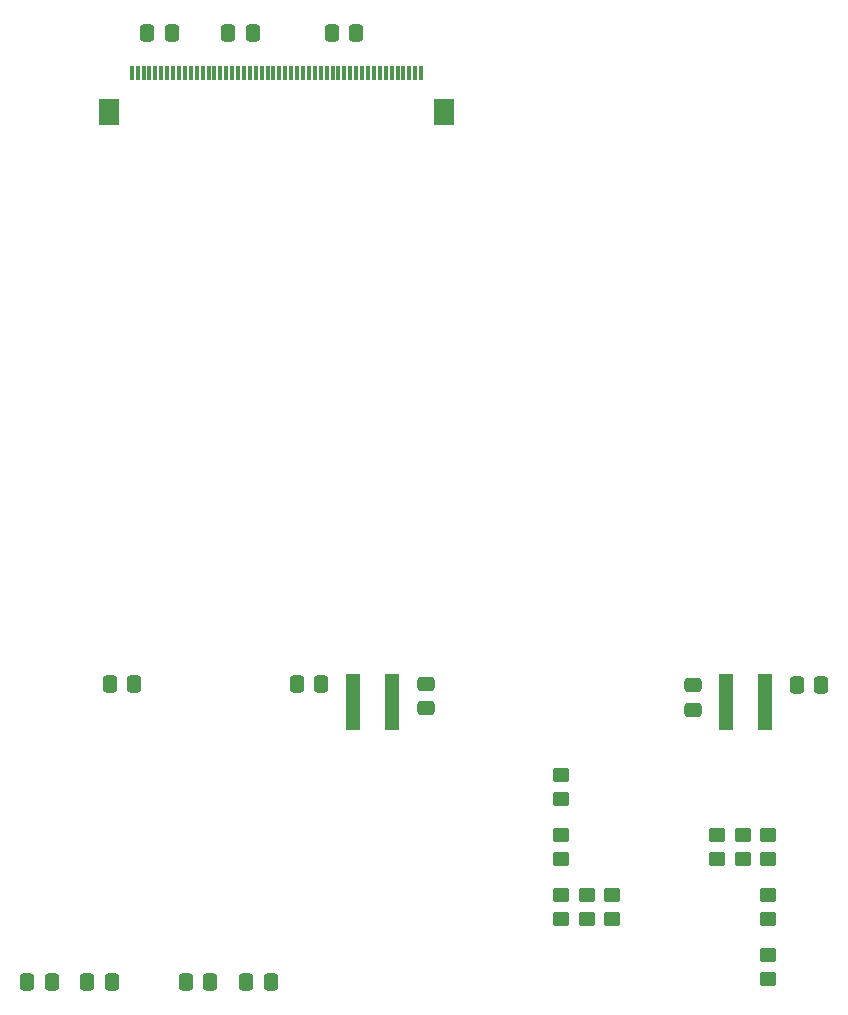
<source format=gbr>
%TF.GenerationSoftware,KiCad,Pcbnew,7.0.7*%
%TF.CreationDate,2024-10-03T14:14:53+02:00*%
%TF.ProjectId,rp2040Term_pcb Version,72703230-3430-4546-9572-6d5f70636220,rev?*%
%TF.SameCoordinates,Original*%
%TF.FileFunction,Paste,Top*%
%TF.FilePolarity,Positive*%
%FSLAX46Y46*%
G04 Gerber Fmt 4.6, Leading zero omitted, Abs format (unit mm)*
G04 Created by KiCad (PCBNEW 7.0.7) date 2024-10-03 14:14:53*
%MOMM*%
%LPD*%
G01*
G04 APERTURE LIST*
G04 Aperture macros list*
%AMRoundRect*
0 Rectangle with rounded corners*
0 $1 Rounding radius*
0 $2 $3 $4 $5 $6 $7 $8 $9 X,Y pos of 4 corners*
0 Add a 4 corners polygon primitive as box body*
4,1,4,$2,$3,$4,$5,$6,$7,$8,$9,$2,$3,0*
0 Add four circle primitives for the rounded corners*
1,1,$1+$1,$2,$3*
1,1,$1+$1,$4,$5*
1,1,$1+$1,$6,$7*
1,1,$1+$1,$8,$9*
0 Add four rect primitives between the rounded corners*
20,1,$1+$1,$2,$3,$4,$5,0*
20,1,$1+$1,$4,$5,$6,$7,0*
20,1,$1+$1,$6,$7,$8,$9,0*
20,1,$1+$1,$8,$9,$2,$3,0*%
G04 Aperture macros list end*
%ADD10RoundRect,0.250000X-0.450000X0.350000X-0.450000X-0.350000X0.450000X-0.350000X0.450000X0.350000X0*%
%ADD11RoundRect,0.250000X0.337500X0.475000X-0.337500X0.475000X-0.337500X-0.475000X0.337500X-0.475000X0*%
%ADD12R,1.180000X4.700000*%
%ADD13RoundRect,0.250000X-0.337500X-0.475000X0.337500X-0.475000X0.337500X0.475000X-0.337500X0.475000X0*%
%ADD14RoundRect,0.250000X0.450000X-0.350000X0.450000X0.350000X-0.450000X0.350000X-0.450000X-0.350000X0*%
%ADD15R,1.800000X2.200000*%
%ADD16R,0.300000X1.300000*%
%ADD17RoundRect,0.250000X-0.475000X0.337500X-0.475000X-0.337500X0.475000X-0.337500X0.475000X0.337500X0*%
G04 APERTURE END LIST*
D10*
%TO.C,R8*%
X107569000Y-109490000D03*
X107569000Y-111490000D03*
%TD*%
%TO.C,R1*%
X111887000Y-114570000D03*
X111887000Y-116570000D03*
%TD*%
D11*
%TO.C,C10*%
X56282500Y-121920000D03*
X54207500Y-121920000D03*
%TD*%
D12*
%TO.C,L1*%
X108327000Y-98171000D03*
X111637000Y-98171000D03*
%TD*%
D13*
%TO.C,C4*%
X74908500Y-41529000D03*
X76983500Y-41529000D03*
%TD*%
D10*
%TO.C,R9*%
X94361000Y-104410000D03*
X94361000Y-106410000D03*
%TD*%
%TO.C,R3*%
X111887000Y-119650000D03*
X111887000Y-121650000D03*
%TD*%
D14*
%TO.C,R10*%
X94361000Y-111490000D03*
X94361000Y-109490000D03*
%TD*%
D13*
%TO.C,C11*%
X62568000Y-121920000D03*
X64643000Y-121920000D03*
%TD*%
%TO.C,C9*%
X49127500Y-121920000D03*
X51202500Y-121920000D03*
%TD*%
D11*
%TO.C,C8*%
X71966000Y-96647000D03*
X74041000Y-96647000D03*
%TD*%
D10*
%TO.C,R6*%
X111887000Y-109490000D03*
X111887000Y-111490000D03*
%TD*%
D13*
%TO.C,C1*%
X56112500Y-96647000D03*
X58187500Y-96647000D03*
%TD*%
%TO.C,C5*%
X114278500Y-96774000D03*
X116353500Y-96774000D03*
%TD*%
D15*
%TO.C,U2*%
X84385000Y-48208000D03*
X56085000Y-48208000D03*
D16*
X57985000Y-44958000D03*
X58485000Y-44958000D03*
X58985000Y-44958000D03*
X59485000Y-44958000D03*
X59985000Y-44958000D03*
X60485000Y-44958000D03*
X60985000Y-44958000D03*
X61485000Y-44958000D03*
X61985000Y-44958000D03*
X62485000Y-44958000D03*
X62985000Y-44958000D03*
X63485000Y-44958000D03*
X63985000Y-44958000D03*
X64485000Y-44958000D03*
X64985000Y-44958000D03*
X65485000Y-44958000D03*
X65985000Y-44958000D03*
X66485000Y-44958000D03*
X66985000Y-44958000D03*
X67485000Y-44958000D03*
X67985000Y-44958000D03*
X68485000Y-44958000D03*
X68985000Y-44958000D03*
X69485000Y-44958000D03*
X69985000Y-44958000D03*
X70485000Y-44958000D03*
X70985000Y-44958000D03*
X71485000Y-44958000D03*
X71985000Y-44958000D03*
X72485000Y-44958000D03*
X72985000Y-44958000D03*
X73485000Y-44958000D03*
X73985000Y-44958000D03*
X74485000Y-44958000D03*
X74985000Y-44958000D03*
X75485000Y-44958000D03*
X75985000Y-44958000D03*
X76485000Y-44958000D03*
X76985000Y-44958000D03*
X77485000Y-44958000D03*
X77985000Y-44958000D03*
X78485000Y-44958000D03*
X78985000Y-44958000D03*
X79485000Y-44958000D03*
X79985000Y-44958000D03*
X80485000Y-44958000D03*
X80985000Y-44958000D03*
X81485000Y-44958000D03*
X81985000Y-44958000D03*
X82485000Y-44958000D03*
%TD*%
D13*
%TO.C,C2*%
X59287500Y-41529000D03*
X61362500Y-41529000D03*
%TD*%
D17*
%TO.C,C7*%
X82931000Y-98722000D03*
X82931000Y-96647000D03*
%TD*%
D10*
%TO.C,R2*%
X96520000Y-114570000D03*
X96520000Y-116570000D03*
%TD*%
D14*
%TO.C,R4*%
X98679000Y-116570000D03*
X98679000Y-114570000D03*
%TD*%
D11*
%TO.C,C12*%
X69744500Y-121920000D03*
X67669500Y-121920000D03*
%TD*%
D12*
%TO.C,L2*%
X76704000Y-98171000D03*
X80014000Y-98171000D03*
%TD*%
D14*
%TO.C,R5*%
X94361000Y-116570000D03*
X94361000Y-114570000D03*
%TD*%
D13*
%TO.C,C3*%
X66145500Y-41529000D03*
X68220500Y-41529000D03*
%TD*%
D10*
%TO.C,R7*%
X109728000Y-109490000D03*
X109728000Y-111490000D03*
%TD*%
D17*
%TO.C,C6*%
X105537000Y-98849000D03*
X105537000Y-96774000D03*
%TD*%
M02*

</source>
